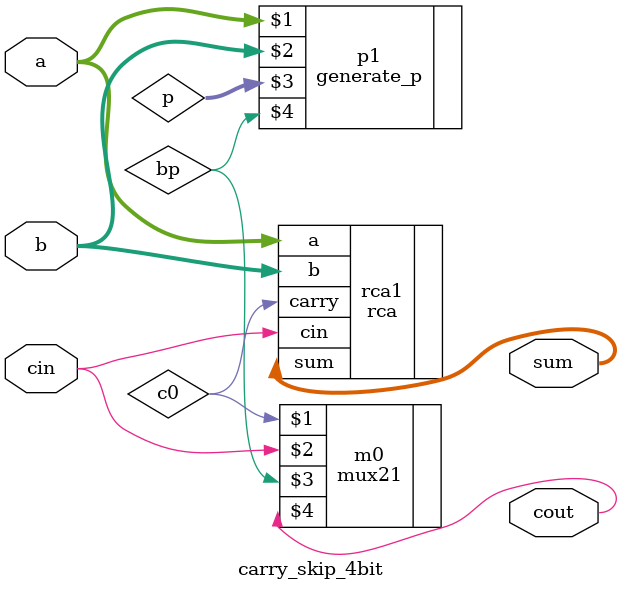
<source format=v>
module carry_skip_4bit(a, b, cin, sum, cout);
input [3:0] a,b;
input cin;
output [3:0] sum;
output cout;
wire [3:0] p;
wire c0;
wire bp;   
rca rca1 (.a(a[3:0]), .b(b[3:0]), .cin(cin), .sum(sum[3:0]), .carry(c0));
generate_p p1(a,b,p,bp);
mux21 m0(c0,cin,bp,cout);
endmodule

</source>
